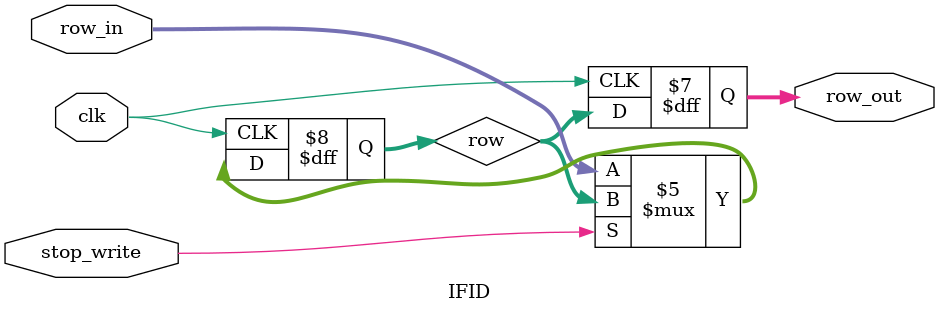
<source format=v>
`timescale 1ns / 1ps


module IFID
    #(parameter INPUT_WIDTH = 8)
    (
    input clk,          // Clock input
    input [INPUT_WIDTH - 1:0] row_in,
    input stop_write,
    
    output reg [INPUT_WIDTH - 1:0] row_out 
    );
    
    reg [INPUT_WIDTH - 1:0] row;
    always @(posedge clk) begin
    
        if (!stop_write) begin 
            row <= row_in;
            end
        else begin 
            row <= row;
        end
        
    end
    
    always @(negedge clk) begin
        row_out <= row; 
    end
    
endmodule

</source>
